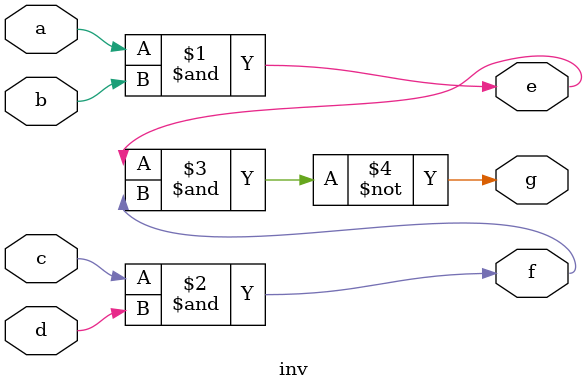
<source format=v>
`timescale 1ns / 1ps


module inv(

input a,b,c,d,
output e,f,g

    );
assign e=a&b;
assign f=c&d;
assign g= ~(e&f);
endmodule

</source>
